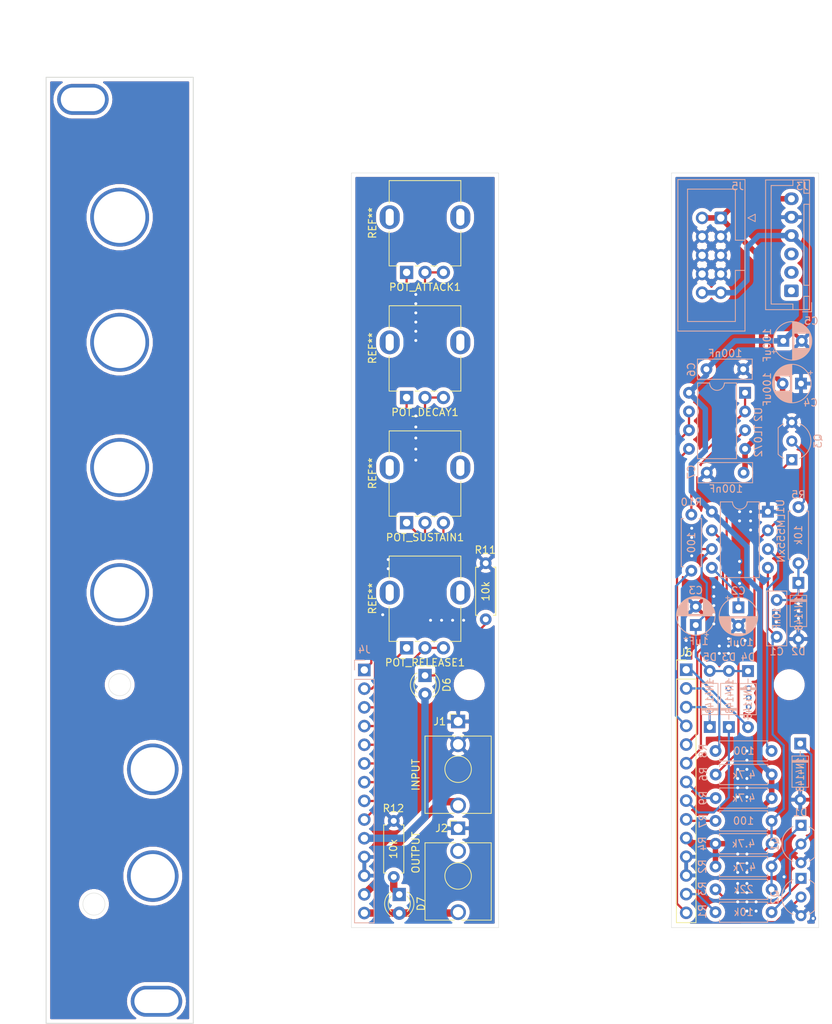
<source format=kicad_pcb>
(kicad_pcb (version 20171130) (host pcbnew 5.1.9+dfsg1-1~bpo10+1)
  (layers (0 F.Cu signal) (31 B.Cu signal) (34 B.Paste user) (35 F.Paste user) (36 B.SilkS user) (37 F.SilkS user) (38 B.Mask user) (39 F.Mask user) (44 Edge.Cuts user))
  (net 0 "")
  (net 1 "Net-(C1-Pad1)")
  (net 2 "Net-(C1-Pad2)")
  (net 3 "Net-(C2-Pad1)")
  (net 4 GND2)
  (net 5 "Net-(C3-Pad1)")
  (net 6 +12V)
  (net 7 -12V)
  (net 8 "Net-(D1-Pad1)")
  (net 9 "Net-(Q1-Pad1)")
  (net 10 "Net-(Q2-Pad2)")
  (net 11 "Net-(Q3-Pad2)")
  (net 12 "Net-(Q3-Pad1)")
  (net 13 "Net-(R8-Pad1)")
  (net 14 "Net-(R10-Pad1)")
  (net 15 "Net-(D6-Pad1)")
  (net 16 "Net-(D7-Pad1)")
  (net 17 B4)
  (net 18 B5)
  (net 19 A_VCC)
  (net 20 A2)
  (net 21 GND1)
  (net 22 A1)
  (net 23 A3)
  (net 24 A4)
  (net 25 A5)
  (net 26 A6)
  (net 27 A7)
  (net 28 A8)
  (net 29 A9)
  (net 30 B1)
  (net 31 B2)
  (net 32 B3)
  (net 33 B6)
  (net 34 B7)
  (net 35 B8)
  (net 36 B9)
  (net 37 A10)
  (net 38 B10)
  (net 39 A11)
  (net 40 B11)
  (module Resistor_THT:R_Axial_DIN0207_L6.3mm_D2.5mm_P7.62mm_Horizontal (layer B.Cu) (at 148.6 141 180)
    (fp_text reference R7 (at 9.3 0 270) (layer B.SilkS) (effects (justify mirror)))
    (fp_text value 100 (at 3.81 0) (layer B.SilkS) (effects (justify mirror)))
    (pad 1 thru_hole circle (at 0 0 180) (size 1.6 1.6) (drill 0.8) (layers *.Cu *.Mask) (net 2 "Net-(C1-Pad2)"))
    (pad 2 thru_hole oval (at 7.62 0 180) (size 1.6 1.6) (drill 0.8) (layers *.Cu *.Mask) (net 40 B11))
  )
  (module benjiaomodular:PanelHole_AudioJack_3.5mm (layer F.Cu) (at 64.5 127.5)
    (fp_text reference REF** hide)
    (fp_text value PanelHole_AudioJack_3.5mm hide)
    (pad "" thru_hole circle (at 0 6.5 180) (size 7 7) (drill 6) (layers *.Cu *.Mask))
  )
  (module Capacitor_THT:C_Rect_L7.2mm_W2.5mm_P5.00mm_FKS2_FKP2_MKS2_MKP2 (layer B.Cu) (at 149.3 111 270)
    (fp_text reference C1 (at 7 0 180) (layer B.SilkS) (effects (justify mirror)))
    (fp_text value 10nF (at 2.5 0 90) (layer B.SilkS) (effects (font (size 1 0.8)) (justify mirror)))
    (pad 1 thru_hole circle (at 0 0 270) (size 1.6 1.6) (drill 0.8) (layers *.Cu *.Mask) (net 1 "Net-(C1-Pad1)"))
    (pad 2 thru_hole circle (at 5 0 270) (size 1.6 1.6) (drill 0.8) (layers *.Cu *.Mask) (net 2 "Net-(C1-Pad2)"))
  )
  (module Diode_THT:D_DO-35_SOD27_P7.62mm_Horizontal (layer B.Cu) (at 152.5 130.5 270)
    (fp_text reference D1 (at 9.35 0 180) (layer B.SilkS) (effects (justify mirror)))
    (fp_text value 1N4148 (at 4.2 0 270) (layer B.SilkS) (effects (font (size 1 0.8)) (justify mirror)))
    (pad 2 thru_hole oval (at 7.62 0 270) (size 1.6 1.6) (drill 0.8) (layers *.Cu *.Mask) (net 4 GND2))
    (pad 1 thru_hole rect (at 0 0 270) (size 1.6 1.6) (drill 0.8) (layers *.Cu *.Mask) (net 8 "Net-(D1-Pad1)"))
  )
  (module Resistor_THT:R_Axial_DIN0207_L6.3mm_D2.5mm_P7.62mm_Horizontal (layer B.Cu) (at 152.25 106 90)
    (fp_text reference R5 (at 9.3 0 180) (layer B.SilkS) (effects (justify mirror)))
    (fp_text value 10k (at 3.81 0 90) (layer B.SilkS) (effects (justify mirror)))
    (pad 1 thru_hole circle (at 0 0 90) (size 1.6 1.6) (drill 0.8) (layers *.Cu *.Mask) (net 1 "Net-(C1-Pad1)"))
    (pad 2 thru_hole oval (at 7.62 0 90) (size 1.6 1.6) (drill 0.8) (layers *.Cu *.Mask) (net 11 "Net-(Q3-Pad2)"))
  )
  (module Diode_THT:D_DO-35_SOD27_P7.62mm_Horizontal (layer B.Cu) (at 152.25 108.675 270)
    (fp_text reference D2 (at 9.3 0 180) (layer B.SilkS) (effects (justify mirror)))
    (fp_text value 1N4148 (at 4.125 -0.05 270) (layer B.SilkS) (effects (font (size 1 0.8)) (justify mirror)))
    (pad 1 thru_hole rect (at 0 0 270) (size 1.6 1.6) (drill 0.8) (layers *.Cu *.Mask) (net 1 "Net-(C1-Pad1)"))
    (pad 2 thru_hole oval (at 7.62 0 270) (size 1.6 1.6) (drill 0.8) (layers *.Cu *.Mask) (net 4 GND2))
  )
  (module Package_DIP:DIP-8_W7.62mm (layer B.Cu) (at 148.1 99 180)
    (fp_text reference U1 (at -1.7 0.7 90) (layer B.SilkS) (effects (justify mirror)))
    (fp_text value LM555xN (at -1.8 -3.6 90) (layer B.SilkS) (effects (justify mirror)))
    (pad 1 thru_hole rect (at 0 0 180) (size 1.6 1.6) (drill 0.8) (layers *.Cu *.Mask) (net 4 GND2))
    (pad 5 thru_hole oval (at 7.62 -7.62 180) (size 1.6 1.6) (drill 0.8) (layers *.Cu *.Mask) (net 3 "Net-(C2-Pad1)"))
    (pad 2 thru_hole oval (at 0 -2.54 180) (size 1.6 1.6) (drill 0.8) (layers *.Cu *.Mask) (net 12 "Net-(Q3-Pad1)"))
    (pad 6 thru_hole oval (at 7.62 -5.08 180) (size 1.6 1.6) (drill 0.8) (layers *.Cu *.Mask) (net 5 "Net-(C3-Pad1)"))
    (pad 3 thru_hole oval (at 0 -5.08 180) (size 1.6 1.6) (drill 0.8) (layers *.Cu *.Mask) (net 13 "Net-(R8-Pad1)"))
    (pad 7 thru_hole oval (at 7.62 -2.54 180) (size 1.6 1.6) (drill 0.8) (layers *.Cu *.Mask) (net 34 B7))
    (pad 4 thru_hole oval (at 0 -7.62 180) (size 1.6 1.6) (drill 0.8) (layers *.Cu *.Mask) (net 2 "Net-(C1-Pad2)"))
    (pad 8 thru_hole oval (at 7.62 0 180) (size 1.6 1.6) (drill 0.8) (layers *.Cu *.Mask) (net 6 +12V))
  )
  (module Capacitor_THT:CP_Radial_D5.0mm_P2.50mm (layer B.Cu) (at 144.1 112 270)
    (fp_text reference C2 (at -2.25 0 180) (layer B.SilkS) (effects (justify mirror)))
    (fp_text value 10uF (at 4.75 -0.2 180) (layer B.SilkS) (effects (justify mirror)))
    (pad 2 thru_hole circle (at 2.5 0 270) (size 1.6 1.6) (drill 0.8) (layers *.Cu *.Mask) (net 4 GND2))
    (pad 1 thru_hole rect (at 0 0 270) (size 1.6 1.6) (drill 0.8) (layers *.Cu *.Mask) (net 3 "Net-(C2-Pad1)"))
  )
  (module Connector_PinHeader_2.54mm:PinHeader_1x14_P2.54mm_Vertical (layer F.Cu) (at 137 120.47)
    (fp_text reference J6 (at 0 -2.33) (layer F.SilkS))
    (fp_text value MainBoard_Pins)
    (pad 1 thru_hole rect (at 0 0) (size 1.7 1.7) (drill 1) (layers *.Cu *.Mask) (net 32 B3))
    (pad 2 thru_hole oval (at 0 2.54) (size 1.7 1.7) (drill 1) (layers *.Cu *.Mask) (net 17 B4))
    (pad 3 thru_hole oval (at 0 5.08) (size 1.7 1.7) (drill 1) (layers *.Cu *.Mask) (net 18 B5))
    (pad 4 thru_hole oval (at 0 7.62) (size 1.7 1.7) (drill 1) (layers *.Cu *.Mask) (net 33 B6))
    (pad 5 thru_hole oval (at 0 10.16) (size 1.7 1.7) (drill 1) (layers *.Cu *.Mask) (net 34 B7))
    (pad 6 thru_hole oval (at 0 12.7) (size 1.7 1.7) (drill 1) (layers *.Cu *.Mask) (net 35 B8))
    (pad 7 thru_hole oval (at 0 15.24) (size 1.7 1.7) (drill 1) (layers *.Cu *.Mask) (net 36 B9))
    (pad 8 thru_hole oval (at 0 17.78) (size 1.7 1.7) (drill 1) (layers *.Cu *.Mask) (net 38 B10))
    (pad 9 thru_hole oval (at 0 20.32) (size 1.7 1.7) (drill 1) (layers *.Cu *.Mask) (net 40 B11))
    (pad 10 thru_hole oval (at 0 22.86) (size 1.7 1.7) (drill 1) (layers *.Cu *.Mask) (net 6 +12V))
    (pad 11 thru_hole oval (at 0 25.4) (size 1.7 1.7) (drill 1) (layers *.Cu *.Mask) (net 4 GND2))
    (pad 12 thru_hole oval (at 0 27.94) (size 1.7 1.7) (drill 1) (layers *.Cu *.Mask) (net 4 GND2))
    (pad 13 thru_hole oval (at 0 30.48) (size 1.7 1.7) (drill 1) (layers *.Cu *.Mask) (net 30 B1))
    (pad 14 thru_hole oval (at 0 33.02) (size 1.7 1.7) (drill 1) (layers *.Cu *.Mask) (net 31 B2))
  )
  (module Resistor_THT:R_Axial_DIN0207_L6.3mm_D2.5mm_P7.62mm_Horizontal (layer B.Cu) (at 148.6 150.3 180)
    (fp_text reference R3 (at 9.4 0.1 270) (layer B.SilkS) (effects (justify mirror)))
    (fp_text value 22k (at 3.8 0) (layer B.SilkS) (effects (justify mirror)))
    (pad 1 thru_hole circle (at 0 0 180) (size 1.6 1.6) (drill 0.8) (layers *.Cu *.Mask) (net 9 "Net-(Q1-Pad1)"))
    (pad 2 thru_hole oval (at 7.62 0 180) (size 1.6 1.6) (drill 0.8) (layers *.Cu *.Mask) (net 10 "Net-(Q2-Pad2)"))
  )
  (module Resistor_THT:R_Axial_DIN0207_L6.3mm_D2.5mm_P7.62mm_Horizontal (layer B.Cu) (at 148.6 153.4 180)
    (fp_text reference R1 (at 9.4 0.1 270) (layer B.SilkS) (effects (justify mirror)))
    (fp_text value 10k (at 3.8 0) (layer B.SilkS) (effects (justify mirror)))
    (pad 1 thru_hole circle (at 0 0 180) (size 1.6 1.6) (drill 0.8) (layers *.Cu *.Mask) (net 8 "Net-(D1-Pad1)"))
    (pad 2 thru_hole oval (at 7.62 0 180) (size 1.6 1.6) (drill 0.8) (layers *.Cu *.Mask) (net 30 B1))
  )
  (module Resistor_THT:R_Axial_DIN0207_L6.3mm_D2.5mm_P7.62mm_Horizontal (layer B.Cu) (at 141 137.9)
    (fp_text reference R9 (at -1.7 0 270) (layer B.SilkS) (effects (justify mirror)))
    (fp_text value 4.7k (at 3.81 0) (layer B.SilkS) (effects (justify mirror)))
    (pad 2 thru_hole oval (at 7.62 0) (size 1.6 1.6) (drill 0.8) (layers *.Cu *.Mask) (net 6 +12V))
    (pad 1 thru_hole circle (at 0 0) (size 1.6 1.6) (drill 0.8) (layers *.Cu *.Mask) (net 36 B9))
  )
  (module MountingHole:MountingHole_3.2mm_M3 (layer F.Cu) (at 151 122.5)
    (fp_text reference REF** hide)
    (fp_text value MountingHole_3.2mm_M3)
    (pad 1 np_thru_hole circle (at 0 0) (size 3.2 3.2) (drill 3.2) (layers *.Cu *.Mask))
  )
  (module benjiaomodular:Potentiometer_RV09 (layer F.Cu) (at 99 117.5 90)
    (fp_text reference POT_RELEASE1 (at -2 2.5 180) (layer F.SilkS))
    (fp_text value 1M)
    (fp_text user REF** (at 6.71 -4.64 270) (layer F.SilkS))
    (pad 1 thru_hole rect (at 0 0 180) (size 1.8 1.8) (drill 1) (layers *.Cu *.Mask) (net 37 A10))
    (pad 3 thru_hole circle (at 0 5 180) (size 1.8 1.8) (drill 1) (layers *.Cu *.Mask) (net 39 A11))
    (pad 2 thru_hole circle (at 0 2.5 180) (size 1.8 1.8) (drill 1) (layers *.Cu *.Mask) (net 39 A11))
    (pad "" thru_hole oval (at 7.5 7.3 180) (size 2.72 3.24) (drill oval 1.1 2.3) (layers *.Cu *.Mask))
    (pad "" thru_hole oval (at 7.5 -2.3 180) (size 2.72 3.24) (drill oval 1.1 2.3) (layers *.Cu *.Mask))
  )
  (module MountingHole:MountingHole_3.2mm_M3 (layer F.Cu) (at 107.5 122.5)
    (fp_text reference REF** hide)
    (fp_text value MountingHole_3.2mm_M3)
    (pad 1 np_thru_hole circle (at 0 0) (size 3.2 3.2) (drill 3.2) (layers *.Cu *.Mask))
  )
  (module benjiaomodular:AudioJack_3.5mm (layer F.Cu) (at 106 127.5)
    (fp_text reference J1 (at -2.5 0) (layer F.SilkS))
    (fp_text value INPUT (at -5.75 7.25 90) (layer F.SilkS))
    (pad S thru_hole rect (at 0 0 180) (size 1.93 1.83) (drill 1.22) (layers *.Cu *.Mask) (net 21 GND1))
    (pad TN thru_hole circle (at 0 3.1 180) (size 2.13 2.13) (drill 1.42) (layers *.Cu *.Mask) (net 21 GND1))
    (pad T thru_hole circle (at 0 11.4 180) (size 2.13 2.13) (drill 1.43) (layers *.Cu *.Mask) (net 22 A1))
  )
  (module Resistor_THT:R_Axial_DIN0207_L6.3mm_D2.5mm_P7.62mm_Horizontal (layer F.Cu) (at 97.25 141 270)
    (fp_text reference R12 (at -1.7 0.05 180) (layer F.SilkS))
    (fp_text value 10k (at 3.8 0.05 90) (layer F.SilkS))
    (pad 1 thru_hole circle (at 0 0 270) (size 1.6 1.6) (drill 0.8) (layers *.Cu *.Mask) (net 21 GND1))
    (pad 2 thru_hole oval (at 7.62 0 270) (size 1.6 1.6) (drill 0.8) (layers *.Cu *.Mask) (net 16 "Net-(D7-Pad1)"))
  )
  (module Resistor_THT:R_Axial_DIN0207_L6.3mm_D2.5mm_P7.62mm_Horizontal (layer F.Cu) (at 109.75 106 270)
    (fp_text reference R11 (at -1.8 0.05 180) (layer F.SilkS))
    (fp_text value 10k (at 3.81 0 90) (layer F.SilkS))
    (pad 2 thru_hole oval (at 7.62 0 270) (size 1.6 1.6) (drill 0.8) (layers *.Cu *.Mask) (net 15 "Net-(D6-Pad1)"))
    (pad 1 thru_hole circle (at 0 0 270) (size 1.6 1.6) (drill 0.8) (layers *.Cu *.Mask) (net 21 GND1))
  )
  (module Resistor_THT:R_Axial_DIN0207_L6.3mm_D2.5mm_P7.62mm_Horizontal (layer B.Cu) (at 137.7 99.4 270)
    (fp_text reference R10 (at -1.7 0 180) (layer B.SilkS) (effects (justify mirror)))
    (fp_text value 100 (at 3.8 0 90) (layer B.SilkS) (effects (justify mirror)))
    (pad 2 thru_hole oval (at 7.62 0 270) (size 1.6 1.6) (drill 0.8) (layers *.Cu *.Mask) (net 33 B6))
    (pad 1 thru_hole circle (at 0 0 270) (size 1.6 1.6) (drill 0.8) (layers *.Cu *.Mask) (net 14 "Net-(R10-Pad1)"))
  )
  (module Resistor_THT:R_Axial_DIN0207_L6.3mm_D2.5mm_P7.62mm_Horizontal (layer B.Cu) (at 148.6 131.5 180)
    (fp_text reference R8 (at 9.3 0 270) (layer B.SilkS) (effects (justify mirror)))
    (fp_text value 100 (at 3.75 0) (layer B.SilkS) (effects (justify mirror)))
    (pad 1 thru_hole circle (at 0 0 180) (size 1.6 1.6) (drill 0.8) (layers *.Cu *.Mask) (net 13 "Net-(R8-Pad1)"))
    (pad 2 thru_hole oval (at 7.62 0 180) (size 1.6 1.6) (drill 0.8) (layers *.Cu *.Mask) (net 17 B4))
  )
  (module Resistor_THT:R_Axial_DIN0207_L6.3mm_D2.5mm_P7.62mm_Horizontal (layer B.Cu) (at 141 134.7)
    (fp_text reference R6 (at -1.65 -0.05 270) (layer B.SilkS) (effects (justify mirror)))
    (fp_text value 4.7k (at 3.85 0.05) (layer B.SilkS) (effects (justify mirror)))
    (pad 2 thru_hole oval (at 7.62 0) (size 1.6 1.6) (drill 0.8) (layers *.Cu *.Mask) (net 6 +12V))
    (pad 1 thru_hole circle (at 0 0) (size 1.6 1.6) (drill 0.8) (layers *.Cu *.Mask) (net 12 "Net-(Q3-Pad1)"))
  )
  (module Resistor_THT:R_Axial_DIN0207_L6.3mm_D2.5mm_P7.62mm_Horizontal (layer B.Cu) (at 148.6 144.1 180)
    (fp_text reference R4 (at 9.4 0 270) (layer B.SilkS) (effects (justify mirror)))
    (fp_text value 4.7k (at 3.81 0) (layer B.SilkS) (effects (justify mirror)))
    (pad 2 thru_hole oval (at 7.62 0 180) (size 1.6 1.6) (drill 0.8) (layers *.Cu *.Mask) (net 6 +12V))
    (pad 1 thru_hole circle (at 0 0 180) (size 1.6 1.6) (drill 0.8) (layers *.Cu *.Mask) (net 2 "Net-(C1-Pad2)"))
  )
  (module Resistor_THT:R_Axial_DIN0207_L6.3mm_D2.5mm_P7.62mm_Horizontal (layer B.Cu) (at 148.6 147.2 180)
    (fp_text reference R2 (at 9.4 0 270) (layer B.SilkS) (effects (justify mirror)))
    (fp_text value 4.7k (at 3.7 -0.1) (layer B.SilkS) (effects (justify mirror)))
    (pad 2 thru_hole oval (at 7.62 0 180) (size 1.6 1.6) (drill 0.8) (layers *.Cu *.Mask) (net 6 +12V))
    (pad 1 thru_hole circle (at 0 0 180) (size 1.6 1.6) (drill 0.8) (layers *.Cu *.Mask) (net 9 "Net-(Q1-Pad1)"))
  )
  (module benjiaomodular:PanelHole_Potentiometer_RV09 (layer F.Cu) (at 57.5 117.5 90)
    (fp_text reference REF** hide)
    (fp_text value PanelHole_Potentiometer_RV09 hide)
    (pad "" thru_hole circle (at 7.5 2.5 180) (size 8 8) (drill 7) (layers *.Cu *.Mask))
  )
  (module benjiaomodular:PanelHole_Potentiometer_RV09 (layer F.Cu) (at 57.5 100.5 90)
    (fp_text reference REF** hide)
    (fp_text value PanelHole_Potentiometer_RV09 hide)
    (pad "" thru_hole circle (at 7.5 2.5 180) (size 8 8) (drill 7) (layers *.Cu *.Mask))
  )
  (module benjiaomodular:PanelHole_Potentiometer_RV09 (layer F.Cu) (at 57.5 83.5 90)
    (fp_text reference REF** hide)
    (fp_text value PanelHole_Potentiometer_RV09 hide)
    (pad "" thru_hole circle (at 7.5 2.5 180) (size 8 8) (drill 7) (layers *.Cu *.Mask))
  )
  (module benjiaomodular:PanelHole_Potentiometer_RV09 (layer F.Cu) (at 57.5 66.5 90)
    (fp_text reference REF** hide)
    (fp_text value PanelHole_Potentiometer_RV09 hide)
    (pad "" thru_hole circle (at 7.5 2.5 180) (size 8 8) (drill 7) (layers *.Cu *.Mask))
  )
  (module benjiaomodular:Panel_4HP (layer F.Cu) (at 50 40)
    (fp_text reference REF** hide)
    (fp_text value Panel_4HP)
    (pad 1 thru_hole oval (at 15 125.5) (size 7 4.2) (drill oval 6 3.2) (layers *.Cu *.Mask))
    (pad 1 thru_hole oval (at 5 3) (size 7 4.2) (drill oval 6 3.2) (layers *.Cu *.Mask))
  )
  (module benjiaomodular:PanelHole_AudioJack_3.5mm (layer F.Cu) (at 64.5 142)
    (fp_text reference REF** hide)
    (fp_text value PanelHole_AudioJack_3.5mm hide)
    (pad "" thru_hole circle (at 0 6.5 180) (size 7 7) (drill 6) (layers *.Cu *.Mask))
  )
  (module Capacitor_THT:CP_Radial_D5.0mm_P2.50mm (layer B.Cu) (at 138.3 114.4 90)
    (fp_text reference C3 (at 4.7 0 180) (layer B.SilkS) (effects (justify mirror)))
    (fp_text value 1uF* (at -2.2 0 180) (layer B.SilkS) (effects (justify mirror)))
    (pad 1 thru_hole rect (at 0 0 90) (size 1.6 1.6) (drill 0.8) (layers *.Cu *.Mask) (net 5 "Net-(C3-Pad1)"))
    (pad 2 thru_hole circle (at 2.5 0 90) (size 1.6 1.6) (drill 0.8) (layers *.Cu *.Mask) (net 4 GND2))
  )
  (module Capacitor_THT:CP_Radial_D5.0mm_P2.50mm (layer B.Cu) (at 150.2 75.8)
    (fp_text reference C4 (at 3.7 8.4 180) (layer B.SilkS) (effects (justify mirror)))
    (fp_text value 100uF (at -2.2 0.6 90) (layer B.SilkS) (effects (justify mirror)))
    (pad 2 thru_hole circle (at 2.5 0) (size 1.6 1.6) (drill 0.8) (layers *.Cu *.Mask) (net 4 GND2))
    (pad 1 thru_hole rect (at 0 0) (size 1.6 1.6) (drill 0.8) (layers *.Cu *.Mask) (net 6 +12V))
  )
  (module Capacitor_THT:CP_Radial_D5.0mm_P2.50mm (layer B.Cu) (at 152.6 81.6 180)
    (fp_text reference C5 (at -1.4 8.5 180) (layer B.SilkS) (effects (justify mirror)))
    (fp_text value 100uF (at 4.6 -0.8 90) (layer B.SilkS) (effects (justify mirror)))
    (pad 1 thru_hole rect (at 0 0 180) (size 1.6 1.6) (drill 0.8) (layers *.Cu *.Mask) (net 4 GND2))
    (pad 2 thru_hole circle (at 2.5 0 180) (size 1.6 1.6) (drill 0.8) (layers *.Cu *.Mask) (net 7 -12V))
  )
  (module Capacitor_THT:C_Rect_L7.2mm_W2.5mm_P5.00mm_FKS2_FKP2_MKS2_MKP2 (layer B.Cu) (at 139.75 79.65)
    (fp_text reference C6 (at -2.05 0.05 90) (layer B.SilkS) (effects (justify mirror)))
    (fp_text value 100nF (at 2.55 -2.15) (layer B.SilkS) (effects (justify mirror)))
    (pad 2 thru_hole circle (at 5 0) (size 1.6 1.6) (drill 0.8) (layers *.Cu *.Mask) (net 4 GND2))
    (pad 1 thru_hole circle (at 0 0) (size 1.6 1.6) (drill 0.8) (layers *.Cu *.Mask) (net 6 +12V))
  )
  (module Capacitor_THT:C_Rect_L7.2mm_W2.5mm_P5.00mm_FKS2_FKP2_MKS2_MKP2 (layer B.Cu) (at 139.8 93.7)
    (fp_text reference C7 (at -2.1 -0.1 90) (layer B.SilkS) (effects (justify mirror)))
    (fp_text value 100nF (at 2.6 2.2) (layer B.SilkS) (effects (justify mirror)))
    (pad 1 thru_hole circle (at 0 0) (size 1.6 1.6) (drill 0.8) (layers *.Cu *.Mask) (net 4 GND2))
    (pad 2 thru_hole circle (at 5 0) (size 1.6 1.6) (drill 0.8) (layers *.Cu *.Mask) (net 7 -12V))
  )
  (module Diode_THT:D_DO-35_SOD27_P7.62mm_Horizontal (layer B.Cu) (at 142.8 128.25 90)
    (fp_text reference D3 (at 9.5 0) (layer B.SilkS) (effects (justify mirror)))
    (fp_text value 1N4148 (at 4.15 0.1 90) (layer B.SilkS) (effects (font (size 1 0.8)) (justify mirror)))
    (pad 2 thru_hole oval (at 7.62 0 90) (size 1.6 1.6) (drill 0.8) (layers *.Cu *.Mask) (net 5 "Net-(C3-Pad1)"))
    (pad 1 thru_hole rect (at 0 0 90) (size 1.6 1.6) (drill 0.8) (layers *.Cu *.Mask) (net 38 B10))
  )
  (module Diode_THT:D_DO-35_SOD27_P7.62mm_Horizontal (layer B.Cu) (at 145.4 120.65 270)
    (fp_text reference D4 (at -1.9 0 180) (layer B.SilkS) (effects (justify mirror)))
    (fp_text value 1N4148 (at 4.15 0 90) (layer B.SilkS) (effects (font (size 1 0.8)) (justify mirror)))
    (pad 1 thru_hole rect (at 0 0 270) (size 1.6 1.6) (drill 0.8) (layers *.Cu *.Mask) (net 5 "Net-(C3-Pad1)"))
    (pad 2 thru_hole oval (at 7.62 0 270) (size 1.6 1.6) (drill 0.8) (layers *.Cu *.Mask) (net 32 B3))
  )
  (module Diode_THT:D_DO-35_SOD27_P7.62mm_Horizontal (layer B.Cu) (at 140.2 128.25 90)
    (fp_text reference D5 (at 9.5 0 180) (layer B.SilkS) (effects (justify mirror)))
    (fp_text value 1N4148 (at 4.15 0 90) (layer B.SilkS) (effects (font (size 1 0.8)) (justify mirror)))
    (pad 1 thru_hole rect (at 0 0 90) (size 1.6 1.6) (drill 0.8) (layers *.Cu *.Mask) (net 18 B5))
    (pad 2 thru_hole oval (at 7.62 0 90) (size 1.6 1.6) (drill 0.8) (layers *.Cu *.Mask) (net 5 "Net-(C3-Pad1)"))
  )
  (module Connector_JST:JST_XH_B6B-XH-A_1x06_P2.50mm_Vertical (layer B.Cu) (at 151.3 69 90)
    (fp_text reference J3 (at 14.2 1.5) (layer B.SilkS) (effects (justify mirror)))
    (fp_text value JST_BUS)
    (pad 1 thru_hole roundrect (at 0 0 90) (size 1.7 1.95) (drill 0.95) (layers *.Cu *.Mask) (roundrect_rratio 0.1470588235294118))
    (pad 2 thru_hole oval (at 2.5 0 90) (size 1.7 1.95) (drill 0.95) (layers *.Cu *.Mask))
    (pad 3 thru_hole oval (at 5 0 90) (size 1.7 1.95) (drill 0.95) (layers *.Cu *.Mask))
    (pad 4 thru_hole oval (at 7.5 0 90) (size 1.7 1.95) (drill 0.95) (layers *.Cu *.Mask) (net 6 +12V))
    (pad 5 thru_hole oval (at 10 0 90) (size 1.7 1.95) (drill 0.95) (layers *.Cu *.Mask) (net 4 GND2))
    (pad 6 thru_hole oval (at 12.5 0 90) (size 1.7 1.95) (drill 0.95) (layers *.Cu *.Mask) (net 7 -12V))
  )
  (module Connector_IDC:IDC-Header_2x05_P2.54mm_Vertical (layer B.Cu) (at 141.7 59.1 180)
    (fp_text reference J5 (at -2.3 4.3) (layer B.SilkS) (effects (justify mirror)))
    (fp_text value IDC_BUS)
    (pad 1 thru_hole roundrect (at 0 0 180) (size 1.7 1.7) (drill 1) (layers *.Cu *.Mask) (roundrect_rratio 0.1470588235294118) (net 7 -12V))
    (pad 3 thru_hole circle (at 0 -2.54 180) (size 1.7 1.7) (drill 1) (layers *.Cu *.Mask) (net 4 GND2))
    (pad 5 thru_hole circle (at 0 -5.08 180) (size 1.7 1.7) (drill 1) (layers *.Cu *.Mask) (net 4 GND2))
    (pad 7 thru_hole circle (at 0 -7.62 180) (size 1.7 1.7) (drill 1) (layers *.Cu *.Mask) (net 4 GND2))
    (pad 9 thru_hole circle (at 0 -10.16 180) (size 1.7 1.7) (drill 1) (layers *.Cu *.Mask) (net 6 +12V))
    (pad 2 thru_hole circle (at 2.54 0 180) (size 1.7 1.7) (drill 1) (layers *.Cu *.Mask) (net 7 -12V))
    (pad 4 thru_hole circle (at 2.54 -2.54 180) (size 1.7 1.7) (drill 1) (layers *.Cu *.Mask) (net 4 GND2))
    (pad 6 thru_hole circle (at 2.54 -5.08 180) (size 1.7 1.7) (drill 1) (layers *.Cu *.Mask) (net 4 GND2))
    (pad 8 thru_hole circle (at 2.54 -7.62 180) (size 1.7 1.7) (drill 1) (layers *.Cu *.Mask) (net 4 GND2))
    (pad 10 thru_hole circle (at 2.54 -10.16 180) (size 1.7 1.7) (drill 1) (layers *.Cu *.Mask) (net 6 +12V))
  )
  (module benjiaomodular:Potentiometer_RV09 (layer F.Cu) (at 99 66.5 90)
    (fp_text reference POT_ATTACK1 (at -2 2.5 180) (layer F.SilkS))
    (fp_text value 1M)
    (fp_text user REF** (at 6.71 -4.64 270) (layer F.SilkS))
    (pad "" thru_hole oval (at 7.5 -2.3 180) (size 2.72 3.24) (drill oval 1.1 2.3) (layers *.Cu *.Mask))
    (pad "" thru_hole oval (at 7.5 7.3 180) (size 2.72 3.24) (drill oval 1.1 2.3) (layers *.Cu *.Mask))
    (pad 2 thru_hole circle (at 0 2.5 180) (size 1.8 1.8) (drill 1) (layers *.Cu *.Mask) (net 24 A4))
    (pad 3 thru_hole circle (at 0 5 180) (size 1.8 1.8) (drill 1) (layers *.Cu *.Mask) (net 24 A4))
    (pad 1 thru_hole rect (at 0 0 180) (size 1.8 1.8) (drill 1) (layers *.Cu *.Mask) (net 23 A3))
  )
  (module benjiaomodular:Potentiometer_RV09 (layer F.Cu) (at 99 83.5 90)
    (fp_text reference POT_DECAY1 (at -2 2.5 180) (layer F.SilkS))
    (fp_text value 1M)
    (fp_text user REF** (at 6.71 -4.64 270) (layer F.SilkS))
    (pad "" thru_hole oval (at 7.5 -2.3 180) (size 2.72 3.24) (drill oval 1.1 2.3) (layers *.Cu *.Mask))
    (pad "" thru_hole oval (at 7.5 7.3 180) (size 2.72 3.24) (drill oval 1.1 2.3) (layers *.Cu *.Mask))
    (pad 2 thru_hole circle (at 0 2.5 180) (size 1.8 1.8) (drill 1) (layers *.Cu *.Mask) (net 26 A6))
    (pad 3 thru_hole circle (at 0 5 180) (size 1.8 1.8) (drill 1) (layers *.Cu *.Mask) (net 26 A6))
    (pad 1 thru_hole rect (at 0 0 180) (size 1.8 1.8) (drill 1) (layers *.Cu *.Mask) (net 25 A5))
  )
  (module benjiaomodular:Potentiometer_RV09 (layer F.Cu) (at 99 100.5 90)
    (fp_text reference POT_SUSTAIN1 (at -2 2.5 180) (layer F.SilkS))
    (fp_text value 10K)
    (fp_text user REF** (at 6.71 -4.64 270) (layer F.SilkS))
    (pad 1 thru_hole rect (at 0 0 180) (size 1.8 1.8) (drill 1) (layers *.Cu *.Mask) (net 27 A7))
    (pad 3 thru_hole circle (at 0 5 180) (size 1.8 1.8) (drill 1) (layers *.Cu *.Mask) (net 29 A9))
    (pad 2 thru_hole circle (at 0 2.5 180) (size 1.8 1.8) (drill 1) (layers *.Cu *.Mask) (net 28 A8))
    (pad "" thru_hole oval (at 7.5 7.3 180) (size 2.72 3.24) (drill oval 1.1 2.3) (layers *.Cu *.Mask))
    (pad "" thru_hole oval (at 7.5 -2.3 180) (size 2.72 3.24) (drill oval 1.1 2.3) (layers *.Cu *.Mask))
  )
  (module Package_DIP:DIP-8_W7.62mm (layer B.Cu) (at 145 82.85 180)
    (fp_text reference U2 (at -1.8 -2.95 90) (layer B.SilkS) (effects (justify mirror)))
    (fp_text value TL072 (at -1.8 -6.55 90) (layer B.SilkS) (effects (justify mirror)))
    (pad 8 thru_hole oval (at 7.62 0 180) (size 1.6 1.6) (drill 0.8) (layers *.Cu *.Mask) (net 6 +12V))
    (pad 4 thru_hole oval (at 0 -7.62 180) (size 1.6 1.6) (drill 0.8) (layers *.Cu *.Mask) (net 7 -12V))
    (pad 7 thru_hole oval (at 7.62 -2.54 180) (size 1.6 1.6) (drill 0.8) (layers *.Cu *.Mask) (net 31 B2))
    (pad 3 thru_hole oval (at 0 -5.08 180) (size 1.6 1.6) (drill 0.8) (layers *.Cu *.Mask) (net 35 B8))
    (pad 6 thru_hole oval (at 7.62 -5.08 180) (size 1.6 1.6) (drill 0.8) (layers *.Cu *.Mask) (net 31 B2))
    (pad 2 thru_hole oval (at 0 -2.54 180) (size 1.6 1.6) (drill 0.8) (layers *.Cu *.Mask) (net 14 "Net-(R10-Pad1)"))
    (pad 5 thru_hole oval (at 7.62 -7.62 180) (size 1.6 1.6) (drill 0.8) (layers *.Cu *.Mask) (net 5 "Net-(C3-Pad1)"))
    (pad 1 thru_hole rect (at 0 0 180) (size 1.6 1.6) (drill 0.8) (layers *.Cu *.Mask) (net 14 "Net-(R10-Pad1)"))
  )
  (module LED_THT:LED_D3.0mm (layer F.Cu) (at 101.5 121.25 270)
    (fp_text reference D6 (at 1.27 -2.96 90) (layer F.SilkS))
    (fp_text value PWR_LED)
    (pad 2 thru_hole circle (at 2.54 0 270) (size 1.8 1.8) (drill 0.9) (layers *.Cu *.Mask) (net 19 A_VCC))
    (pad 1 thru_hole rect (at 0 0 270) (size 1.8 1.8) (drill 0.9) (layers *.Cu *.Mask) (net 15 "Net-(D6-Pad1)"))
  )
  (module LED_THT:LED_D3.0mm (layer F.Cu) (at 98 151 270)
    (fp_text reference D7 (at 1.27 -2.96 90) (layer F.SilkS))
    (fp_text value OUTPUT_LED)
    (pad 1 thru_hole rect (at 0 0 270) (size 1.8 1.8) (drill 0.9) (layers *.Cu *.Mask) (net 16 "Net-(D7-Pad1)"))
    (pad 2 thru_hole circle (at 2.54 0 270) (size 1.8 1.8) (drill 0.9) (layers *.Cu *.Mask) (net 20 A2))
  )
  (module benjiaomodular:AudioJack_3.5mm (layer F.Cu) (at 106 142)
    (fp_text reference J2 (at -2.25 0) (layer F.SilkS))
    (fp_text value OUTPUT (at -5.75 3.3 90) (layer F.SilkS))
    (pad S thru_hole rect (at 0 0 180) (size 1.93 1.83) (drill 1.22) (layers *.Cu *.Mask) (net 21 GND1))
    (pad TN thru_hole circle (at 0 3.1 180) (size 2.13 2.13) (drill 1.42) (layers *.Cu *.Mask))
    (pad T thru_hole circle (at 0 11.4 180) (size 2.13 2.13) (drill 1.43) (layers *.Cu *.Mask) (net 20 A2))
  )
  (module Connector_PinSocket_2.54mm:PinSocket_1x14_P2.54mm_Vertical (layer B.Cu) (at 93.25 120.5 180)
    (fp_text reference J4 (at 0 2.77) (layer B.SilkS) (effects (justify mirror)))
    (fp_text value ControlBoard_Pins)
    (pad 1 thru_hole rect (at 0 0 180) (size 1.7 1.7) (drill 1) (layers *.Cu *.Mask) (net 23 A3))
    (pad 2 thru_hole oval (at 0 -2.54 180) (size 1.7 1.7) (drill 1) (layers *.Cu *.Mask) (net 24 A4))
    (pad 3 thru_hole oval (at 0 -5.08 180) (size 1.7 1.7) (drill 1) (layers *.Cu *.Mask) (net 25 A5))
    (pad 4 thru_hole oval (at 0 -7.62 180) (size 1.7 1.7) (drill 1) (layers *.Cu *.Mask) (net 26 A6))
    (pad 5 thru_hole oval (at 0 -10.16 180) (size 1.7 1.7) (drill 1) (layers *.Cu *.Mask) (net 27 A7))
    (pad 6 thru_hole oval (at 0 -12.7 180) (size 1.7 1.7) (drill 1) (layers *.Cu *.Mask) (net 28 A8))
    (pad 7 thru_hole oval (at 0 -15.24 180) (size 1.7 1.7) (drill 1) (layers *.Cu *.Mask) (net 29 A9))
    (pad 8 thru_hole oval (at 0 -17.78 180) (size 1.7 1.7) (drill 1) (layers *.Cu *.Mask) (net 37 A10))
    (pad 9 thru_hole oval (at 0 -20.32 180) (size 1.7 1.7) (drill 1) (layers *.Cu *.Mask) (net 39 A11))
    (pad 10 thru_hole oval (at 0 -22.86 180) (size 1.7 1.7) (drill 1) (layers *.Cu *.Mask) (net 19 A_VCC))
    (pad 11 thru_hole oval (at 0 -25.4 180) (size 1.7 1.7) (drill 1) (layers *.Cu *.Mask) (net 21 GND1))
    (pad 12 thru_hole oval (at 0 -27.94 180) (size 1.7 1.7) (drill 1) (layers *.Cu *.Mask) (net 21 GND1))
    (pad 13 thru_hole oval (at 0 -30.48 180) (size 1.7 1.7) (drill 1) (layers *.Cu *.Mask) (net 22 A1))
    (pad 14 thru_hole oval (at 0 -33.02 180) (size 1.7 1.7) (drill 1) (layers *.Cu *.Mask) (net 20 A2))
  )
  (module Package_TO_SOT_THT:TO-92_Inline_Wide (layer B.Cu) (at 152.6 141.6 270)
    (fp_text reference Q1 (at 2.54 3.56 90) (layer B.SilkS) (effects (justify mirror)))
    (fp_text value BC547)
    (pad 2 thru_hole circle (at 2.54 0 270) (size 1.5 1.5) (drill 0.8) (layers *.Cu *.Mask) (net 8 "Net-(D1-Pad1)"))
    (pad 3 thru_hole circle (at 5.08 0 270) (size 1.5 1.5) (drill 0.8) (layers *.Cu *.Mask) (net 4 GND2))
    (pad 1 thru_hole rect (at 0 0 270) (size 1.5 1.5) (drill 0.8) (layers *.Cu *.Mask) (net 9 "Net-(Q1-Pad1)"))
  )
  (module Package_TO_SOT_THT:TO-92_Inline_Wide (layer B.Cu) (at 152.6 148.8 270)
    (fp_text reference Q2 (at 2.54 3.56 90) (layer B.SilkS) (effects (justify mirror)))
    (fp_text value BC547)
    (pad 1 thru_hole rect (at 0 0 270) (size 1.5 1.5) (drill 0.8) (layers *.Cu *.Mask) (net 2 "Net-(C1-Pad2)"))
    (pad 3 thru_hole circle (at 5.08 0 270) (size 1.5 1.5) (drill 0.8) (layers *.Cu *.Mask) (net 4 GND2))
    (pad 2 thru_hole circle (at 2.54 0 270) (size 1.5 1.5) (drill 0.8) (layers *.Cu *.Mask) (net 10 "Net-(Q2-Pad2)"))
  )
  (module Package_TO_SOT_THT:TO-92_Inline_Wide (layer B.Cu) (at 151.35 91.95 90)
    (fp_text reference Q3 (at 2.54 3.56 90) (layer B.SilkS) (effects (justify mirror)))
    (fp_text value BC547)
    (pad 2 thru_hole circle (at 2.54 0 90) (size 1.5 1.5) (drill 0.8) (layers *.Cu *.Mask) (net 11 "Net-(Q3-Pad2)"))
    (pad 3 thru_hole circle (at 5.08 0 90) (size 1.5 1.5) (drill 0.8) (layers *.Cu *.Mask) (net 4 GND2))
    (pad 1 thru_hole rect (at 0 0 90) (size 1.5 1.5) (drill 0.8) (layers *.Cu *.Mask) (net 12 "Net-(Q3-Pad1)"))
  )
  (gr_circle (center 60 122.5) (end 61.5 122.5) (layer Edge.Cuts) (width 0.05))
  (gr_circle (center 56.5 152.3) (end 58 152.3) (layer Edge.Cuts) (width 0.05))
  (gr_line (start 135 155.5) (end 135 53) (layer Edge.Cuts) (width 0.05))
  (gr_line (start 155 155.5) (end 135 155.5) (layer Edge.Cuts) (width 0.05))
  (gr_line (start 155 53) (end 155 155.5) (layer Edge.Cuts) (width 0.05))
  (gr_line (start 135 53) (end 155 53) (layer Edge.Cuts) (width 0.05))
  (gr_line (start 91.5 155.5) (end 91.5 53) (layer Edge.Cuts) (width 0.05))
  (gr_line (start 111.5 155.5) (end 91.5 155.5) (layer Edge.Cuts) (width 0.05))
  (gr_line (start 111.5 53) (end 111.5 155.5) (layer Edge.Cuts) (width 0.05))
  (gr_line (start 91.5 53) (end 111.5 53) (layer Edge.Cuts) (width 0.05))
  (gr_line (start 70 40) (end 70 168.5) (layer Edge.Cuts) (width 0.1))
  (gr_line (start 50 40) (end 70 40) (layer Edge.Cuts) (width 0.1))
  (gr_line (start 50 168.5) (end 50 40) (layer Edge.Cuts) (width 0.1))
  (gr_line (start 70 168.5) (end 50 168.5) (layer Edge.Cuts) (width 0.1))
  (via (at 145.5 123) (size 0.8) (drill 0.4) (layers F.Cu B.Cu) (net 0))
  (via (at 145.5 124.25) (size 0.8) (drill 0.4) (layers F.Cu B.Cu) (net 0))
  (via (at 145.5 125.5) (size 0.8) (drill 0.4) (layers F.Cu B.Cu) (net 0))
  (via (at 142.75 123) (size 0.8) (drill 0.4) (layers F.Cu B.Cu) (net 0))
  (segment (start 152.25 106) (end 152.25 108.675) (width 0.3) (layer B.Cu) (net 1))
  (segment (start 151.25 111) (end 149.3 111) (width 0.3) (layer B.Cu) (net 1))
  (segment (start 152.25 108.675) (end 152.25 110) (width 0.3) (layer B.Cu) (net 1))
  (segment (start 152.25 110) (end 151.25 111) (width 0.3) (layer B.Cu) (net 1))
  (segment (start 147.15 151.15) (end 147.15 145.55) (width 0.3) (layer F.Cu) (net 2))
  (segment (start 148.1 152.1) (end 147.15 151.15) (width 0.3) (layer F.Cu) (net 2))
  (segment (start 147.15 145.55) (end 148.6 144.1) (width 0.3) (layer F.Cu) (net 2))
  (segment (start 149.65 152.1) (end 148.1 152.1) (width 0.3) (layer F.Cu) (net 2))
  (segment (start 152.6 148.8) (end 152.6 149.15) (width 0.3) (layer F.Cu) (net 2))
  (segment (start 152.6 149.15) (end 149.65 152.1) (width 0.3) (layer F.Cu) (net 2))
  (segment (start 148.1 114.8) (end 149.3 116) (width 0.3) (layer F.Cu) (net 2))
  (segment (start 148.1 106.62) (end 148.1 114.8) (width 0.3) (layer F.Cu) (net 2))
  (segment (start 150.25 139.35) (end 148.6 141) (width 0.3) (layer B.Cu) (net 2))
  (segment (start 150.25 130.75) (end 150.25 139.35) (width 0.3) (layer B.Cu) (net 2))
  (segment (start 148.6 141) (end 148.6 144.1) (width 0.3) (layer B.Cu) (net 2))
  (segment (start 148.75 129.25) (end 150.25 130.75) (width 0.3) (layer B.Cu) (net 2))
  (segment (start 149.3 116) (end 148.75 116.55) (width 0.3) (layer B.Cu) (net 2))
  (segment (start 148.75 116.55) (end 148.75 129.25) (width 0.3) (layer B.Cu) (net 2))
  (segment (start 144.1 110.24) (end 140.48 106.62) (width 0.3) (layer B.Cu) (net 3))
  (segment (start 144.1 112) (end 144.1 110.24) (width 0.3) (layer B.Cu) (net 3))
  (via (at 154.25 154.25) (size 0.8) (drill 0.4) (layers F.Cu B.Cu) (net 4))
  (via (at 150.3 148.6) (size 0.8) (drill 0.4) (layers F.Cu B.Cu) (net 4))
  (via (at 144 117.25) (size 0.8) (drill 0.4) (layers F.Cu B.Cu) (net 4))
  (via (at 142.75 117.25) (size 0.8) (drill 0.4) (layers F.Cu B.Cu) (net 4))
  (via (at 141.5 117.25) (size 0.8) (drill 0.4) (layers F.Cu B.Cu) (net 4))
  (via (at 137 116.5) (size 0.8) (drill 0.4) (layers F.Cu B.Cu) (net 4))
  (via (at 137 117.5) (size 0.8) (drill 0.4) (layers F.Cu B.Cu) (net 4))
  (via (at 137 118.5) (size 0.8) (drill 0.4) (layers F.Cu B.Cu) (net 4))
  (via (at 144.25 108.75) (size 0.8) (drill 0.4) (layers F.Cu B.Cu) (net 4))
  (via (at 142.75 116.25) (size 0.8) (drill 0.4) (layers F.Cu B.Cu) (net 4))
  (via (at 142.75 118.25) (size 0.8) (drill 0.4) (layers F.Cu B.Cu) (net 4))
  (via (at 141.5 118.25) (size 0.8) (drill 0.4) (layers F.Cu B.Cu) (net 4))
  (via (at 140.75 114.25) (size 0.8) (drill 0.4) (layers F.Cu B.Cu) (net 4))
  (via (at 140.75 113) (size 0.8) (drill 0.4) (layers F.Cu B.Cu) (net 4))
  (via (at 140.75 111.75) (size 0.8) (drill 0.4) (layers F.Cu B.Cu) (net 4))
  (via (at 145 116.5) (size 0.8) (drill 0.4) (layers F.Cu B.Cu) (net 4))
  (via (at 152.25 113.5) (size 0.8) (drill 0.4) (layers F.Cu B.Cu) (net 4))
  (via (at 152.25 112.5) (size 0.8) (drill 0.4) (layers F.Cu B.Cu) (net 4))
  (via (at 152.25 111.5) (size 0.8) (drill 0.4) (layers F.Cu B.Cu) (net 4))
  (via (at 149.25 112.75) (size 0.8) (drill 0.4) (layers F.Cu B.Cu) (net 4))
  (via (at 149.25 114) (size 0.8) (drill 0.4) (layers F.Cu B.Cu) (net 4))
  (via (at 145.75 99) (size 0.8) (drill 0.4) (layers F.Cu B.Cu) (net 4))
  (via (at 145.75 100.25) (size 0.8) (drill 0.4) (layers F.Cu B.Cu) (net 4))
  (via (at 145.75 101.5) (size 0.8) (drill 0.4) (layers F.Cu B.Cu) (net 4))
  (via (at 144.25 100.25) (size 0.8) (drill 0.4) (layers F.Cu B.Cu) (net 4))
  (via (at 144.25 99) (size 0.8) (drill 0.4) (layers F.Cu B.Cu) (net 4))
  (via (at 144.25 105.75) (size 0.8) (drill 0.4) (layers F.Cu B.Cu) (net 4))
  (via (at 144.25 107.25) (size 0.8) (drill 0.4) (layers F.Cu B.Cu) (net 4))
  (via (at 140.75 110.5) (size 0.8) (drill 0.4) (layers F.Cu B.Cu) (net 4))
  (via (at 140.75 109.25) (size 0.8) (drill 0.4) (layers F.Cu B.Cu) (net 4))
  (via (at 145.25 131.5) (size 0.8) (drill 0.4) (layers F.Cu B.Cu) (net 4))
  (via (at 145.25 132.75) (size 0.8) (drill 0.4) (layers F.Cu B.Cu) (net 4))
  (via (at 145.25 134) (size 0.8) (drill 0.4) (layers F.Cu B.Cu) (net 4))
  (via (at 145.25 135.25) (size 0.8) (drill 0.4) (layers F.Cu B.Cu) (net 4))
  (via (at 145.25 136.5) (size 0.8) (drill 0.4) (layers F.Cu B.Cu) (net 4))
  (via (at 145.25 137.75) (size 0.8) (drill 0.4) (layers F.Cu B.Cu) (net 4))
  (via (at 144 137.75) (size 0.8) (drill 0.4) (layers F.Cu B.Cu) (net 4))
  (via (at 144 136.5) (size 0.8) (drill 0.4) (layers F.Cu B.Cu) (net 4))
  (via (at 144 135.25) (size 0.8) (drill 0.4) (layers F.Cu B.Cu) (net 4))
  (via (at 144 134) (size 0.8) (drill 0.4) (layers F.Cu B.Cu) (net 4))
  (via (at 144 145.5) (size 0.8) (drill 0.4) (layers F.Cu B.Cu) (net 4))
  (via (at 144 146.75) (size 0.8) (drill 0.4) (layers F.Cu B.Cu) (net 4))
  (via (at 144 148) (size 0.8) (drill 0.4) (layers F.Cu B.Cu) (net 4))
  (via (at 144 149.5) (size 0.8) (drill 0.4) (layers F.Cu B.Cu) (net 4))
  (via (at 144 150.75) (size 0.8) (drill 0.4) (layers F.Cu B.Cu) (net 4))
  (via (at 144 152) (size 0.8) (drill 0.4) (layers F.Cu B.Cu) (net 4))
  (via (at 145.25 152) (size 0.8) (drill 0.4) (layers F.Cu B.Cu) (net 4))
  (via (at 145.25 150.75) (size 0.8) (drill 0.4) (layers F.Cu B.Cu) (net 4))
  (via (at 145.25 149.5) (size 0.8) (drill 0.4) (layers F.Cu B.Cu) (net 4))
  (via (at 145.25 148) (size 0.8) (drill 0.4) (layers F.Cu B.Cu) (net 4))
  (via (at 145.25 146.75) (size 0.8) (drill 0.4) (layers F.Cu B.Cu) (net 4))
  (via (at 145.25 145.5) (size 0.8) (drill 0.4) (layers F.Cu B.Cu) (net 4))
  (via (at 145.25 153.25) (size 0.8) (drill 0.4) (layers F.Cu B.Cu) (net 4))
  (via (at 146.5 153.25) (size 0.8) (drill 0.4) (layers F.Cu B.Cu) (net 4))
  (via (at 146.5 152) (size 0.8) (drill 0.4) (layers F.Cu B.Cu) (net 4))
  (via (at 137.75 101.25) (size 0.8) (drill 0.4) (layers F.Cu B.Cu) (net 4))
  (via (at 137.75 102.5) (size 0.8) (drill 0.4) (layers F.Cu B.Cu) (net 4))
  (via (at 137.75 105) (size 0.8) (drill 0.4) (layers F.Cu B.Cu) (net 4))
  (segment (start 138.3 118.73) (end 140.2 120.63) (width 0.3) (layer B.Cu) (net 5))
  (segment (start 138.3 114.4) (end 138.3 118.73) (width 0.3) (layer B.Cu) (net 5))
  (segment (start 139.8 112.8) (end 138.3 114.3) (width 0.3) (layer B.Cu) (net 5))
  (segment (start 139.8 108.7) (end 139.8 112.8) (width 0.3) (layer B.Cu) (net 5))
  (segment (start 139.1 108) (end 139.8 108.7) (width 0.3) (layer B.Cu) (net 5))
  (segment (start 140.48 104.08) (end 139.1 105.46) (width 0.3) (layer B.Cu) (net 5))
  (segment (start 138.3 114.3) (end 138.3 114.4) (width 0.3) (layer B.Cu) (net 5))
  (segment (start 139.1 105.46) (end 139.1 108) (width 0.3) (layer B.Cu) (net 5))
  (segment (start 140.22 120.65) (end 140.2 120.63) (width 0.3) (layer B.Cu) (net 5))
  (segment (start 145.4 120.65) (end 140.22 120.65) (width 0.3) (layer B.Cu) (net 5))
  (segment (start 136.25 91.6) (end 137.38 90.47) (width 0.3) (layer F.Cu) (net 5))
  (segment (start 136.25 103.25) (end 136.25 91.6) (width 0.3) (layer F.Cu) (net 5))
  (segment (start 140.48 104.08) (end 137.08 104.08) (width 0.3) (layer F.Cu) (net 5))
  (segment (start 137.08 104.08) (end 136.25 103.25) (width 0.3) (layer F.Cu) (net 5))
  (segment (start 140.98 144.1) (end 140.98 147.2) (width 0.75) (layer F.Cu) (net 6))
  (segment (start 148.62 134.7) (end 148.62 137.9) (width 0.75) (layer F.Cu) (net 6))
  (segment (start 137.77 144.1) (end 137 143.33) (width 1) (layer F.Cu) (net 6))
  (segment (start 140.98 144.1) (end 137.77 144.1) (width 1) (layer F.Cu) (net 6))
  (segment (start 143.6 75.8) (end 139.75 79.65) (width 0.75) (layer B.Cu) (net 6))
  (segment (start 150.2 75.8) (end 143.6 75.8) (width 0.75) (layer B.Cu) (net 6))
  (segment (start 139.75 80.48) (end 137.38 82.85) (width 0.75) (layer B.Cu) (net 6))
  (segment (start 139.75 79.65) (end 139.75 80.48) (width 0.75) (layer B.Cu) (net 6))
  (segment (start 137.7 96.22) (end 140.48 99) (width 0.75) (layer B.Cu) (net 6))
  (segment (start 137.7 92.6) (end 137.7 96.22) (width 0.75) (layer B.Cu) (net 6))
  (segment (start 139.6 90.7) (end 137.7 92.6) (width 0.75) (layer B.Cu) (net 6))
  (segment (start 137.38 82.85) (end 139.6 85.07) (width 0.75) (layer B.Cu) (net 6))
  (segment (start 139.6 85.07) (end 139.6 90.7) (width 0.75) (layer B.Cu) (net 6))
  (segment (start 145.25 67.6) (end 143.59 69.26) (width 0.75) (layer B.Cu) (net 6))
  (segment (start 145.25 63.1) (end 145.25 67.6) (width 0.75) (layer B.Cu) (net 6))
  (segment (start 143.59 69.26) (end 141.7 69.26) (width 0.75) (layer B.Cu) (net 6))
  (segment (start 151.3 61.5) (end 146.85 61.5) (width 0.75) (layer B.Cu) (net 6))
  (segment (start 146.85 61.5) (end 145.25 63.1) (width 0.75) (layer B.Cu) (net 6))
  (segment (start 153.2 72.8) (end 150.2 75.8) (width 0.75) (layer B.Cu) (net 6))
  (segment (start 151.3 61.5) (end 153.2 63.4) (width 0.75) (layer B.Cu) (net 6))
  (segment (start 153.2 63.4) (end 153.2 72.8) (width 0.75) (layer B.Cu) (net 6))
  (segment (start 142.42 144.1) (end 148.62 137.9) (width 0.75) (layer F.Cu) (net 6))
  (segment (start 140.98 144.1) (end 142.42 144.1) (width 0.75) (layer F.Cu) (net 6))
  (segment (start 145.25 103.77) (end 140.48 99) (width 0.75) (layer B.Cu) (net 6))
  (segment (start 147 109.75) (end 145.25 108) (width 0.75) (layer B.Cu) (net 6))
  (segment (start 148.62 134.7) (end 147 133.08) (width 0.75) (layer B.Cu) (net 6))
  (segment (start 145.25 108) (end 145.25 103.77) (width 0.75) (layer B.Cu) (net 6))
  (segment (start 147 133.08) (end 147 109.75) (width 0.75) (layer B.Cu) (net 6))
  (segment (start 139.16 69.26) (end 141.7 69.26) (width 0.75) (layer B.Cu) (net 6))
  (segment (start 150.1 85.37) (end 145 90.47) (width 0.75) (layer F.Cu) (net 7))
  (segment (start 150.1 81.6) (end 150.1 85.37) (width 0.75) (layer F.Cu) (net 7))
  (segment (start 145 93.5) (end 144.8 93.7) (width 0.75) (layer F.Cu) (net 7))
  (segment (start 145 90.47) (end 145 93.5) (width 0.75) (layer F.Cu) (net 7))
  (segment (start 144.3 56.5) (end 141.7 59.1) (width 0.75) (layer F.Cu) (net 7))
  (segment (start 151.3 56.5) (end 144.3 56.5) (width 0.75) (layer F.Cu) (net 7))
  (segment (start 141.7 59.1) (end 139.16 59.1) (width 0.75) (layer F.Cu) (net 7))
  (segment (start 141.7 59.1) (end 147.25 64.65) (width 0.75) (layer F.Cu) (net 7))
  (segment (start 147.25 78.75) (end 150.1 81.6) (width 0.75) (layer F.Cu) (net 7))
  (segment (start 147.25 64.65) (end 147.25 78.75) (width 0.75) (layer F.Cu) (net 7))
  (segment (start 154 132) (end 154 142.74) (width 0.3) (layer B.Cu) (net 8))
  (segment (start 154 142.74) (end 152.6 144.14) (width 0.3) (layer B.Cu) (net 8))
  (segment (start 152.5 130.5) (end 154 132) (width 0.3) (layer B.Cu) (net 8))
  (segment (start 151.1 150.9) (end 148.6 153.4) (width 0.3) (layer B.Cu) (net 8))
  (segment (start 151.1 145.65) (end 151.1 150.9) (width 0.3) (layer B.Cu) (net 8))
  (segment (start 152.6 144.14) (end 152.6 144.15) (width 0.3) (layer B.Cu) (net 8))
  (segment (start 152.6 144.15) (end 151.1 145.65) (width 0.3) (layer B.Cu) (net 8))
  (segment (start 148.6 147.2) (end 148.6 150.3) (width 0.3) (layer B.Cu) (net 9))
  (segment (start 150.4 143.775) (end 150.4 145) (width 0.3) (layer B.Cu) (net 9))
  (segment (start 148.6 146.8) (end 148.6 147.2) (width 0.3) (layer B.Cu) (net 9))
  (segment (start 150.4 145) (end 148.6 146.8) (width 0.3) (layer B.Cu) (net 9))
  (segment (start 152.6 141.6) (end 152.575 141.6) (width 0.3) (layer B.Cu) (net 9))
  (segment (start 152.575 141.6) (end 150.4 143.775) (width 0.3) (layer B.Cu) (net 9))
  (segment (start 149.19 154.75) (end 152.6 151.34) (width 0.3) (layer F.Cu) (net 10))
  (segment (start 140.98 150.3) (end 145.43 154.75) (width 0.3) (layer F.Cu) (net 10))
  (segment (start 145.43 154.75) (end 149.19 154.75) (width 0.3) (layer F.Cu) (net 10))
  (segment (start 153 97.63) (end 152.25 98.38) (width 0.3) (layer B.Cu) (net 11))
  (segment (start 151.35 89.41) (end 153 91.06) (width 0.3) (layer B.Cu) (net 11))
  (segment (start 153 91.06) (end 153 97.63) (width 0.3) (layer B.Cu) (net 11))
  (segment (start 144.1 131.6) (end 141 134.7) (width 0.3) (layer F.Cu) (net 12))
  (segment (start 144.1 119.4) (end 144.1 131.6) (width 0.3) (layer F.Cu) (net 12))
  (segment (start 146.27499 117.22501) (end 144.1 119.4) (width 0.3) (layer F.Cu) (net 12))
  (segment (start 148.1 101.54) (end 146.27499 103.36501) (width 0.3) (layer F.Cu) (net 12))
  (segment (start 146.27499 103.36501) (end 146.27499 117.22501) (width 0.3) (layer F.Cu) (net 12))
  (segment (start 150.1 99.54) (end 148.1 101.54) (width 0.3) (layer F.Cu) (net 12))
  (segment (start 151.35 91.95) (end 150.1 93.2) (width 0.3) (layer F.Cu) (net 12))
  (segment (start 150.1 93.2) (end 150.1 99.54) (width 0.3) (layer F.Cu) (net 12))
  (segment (start 148 130.9) (end 148.6 131.5) (width 0.3) (layer B.Cu) (net 13))
  (segment (start 148 109.5) (end 148 130.9) (width 0.3) (layer B.Cu) (net 13))
  (segment (start 149.5 108) (end 148 109.5) (width 0.3) (layer B.Cu) (net 13))
  (segment (start 148.1 104.08) (end 149.5 105.48) (width 0.3) (layer B.Cu) (net 13))
  (segment (start 149.5 105.48) (end 149.5 108) (width 0.3) (layer B.Cu) (net 13))
  (segment (start 137.7 92.69) (end 137.7 99.4) (width 0.3) (layer F.Cu) (net 14))
  (segment (start 145 85.39) (end 137.7 92.69) (width 0.3) (layer F.Cu) (net 14))
  (segment (start 145 82.85) (end 145 85.39) (width 0.3) (layer F.Cu) (net 14))
  (segment (start 109.75 114.25) (end 109.75 113.62) (width 0.3) (layer F.Cu) (net 15))
  (segment (start 101.5 121.25) (end 102.75 121.25) (width 0.3) (layer F.Cu) (net 15))
  (segment (start 102.75 121.25) (end 109.75 114.25) (width 0.3) (layer F.Cu) (net 15))
  (segment (start 97.25 150.25) (end 98 151) (width 1) (layer F.Cu) (net 16))
  (segment (start 97.25 148.62) (end 97.25 150.25) (width 1) (layer F.Cu) (net 16))
  (segment (start 141.5 125.2) (end 139.31 123.01) (width 0.3) (layer B.Cu) (net 17))
  (segment (start 141.5 130.98) (end 141.5 125.2) (width 0.3) (layer B.Cu) (net 17))
  (segment (start 140.98 131.5) (end 141.5 130.98) (width 0.3) (layer B.Cu) (net 17))
  (segment (start 139.31 123.01) (end 137 123.01) (width 0.3) (layer B.Cu) (net 17))
  (segment (start 139.55 125.55) (end 137 125.55) (width 0.3) (layer B.Cu) (net 18))
  (segment (start 140.2 128.25) (end 140.2 126.2) (width 0.3) (layer B.Cu) (net 18))
  (segment (start 140.2 126.2) (end 139.55 125.55) (width 0.3) (layer B.Cu) (net 18))
  (segment (start 101.5 123.79) (end 101.5 140.5) (width 1) (layer B.Cu) (net 19))
  (segment (start 98.64 143.36) (end 93.25 143.36) (width 1) (layer B.Cu) (net 19))
  (segment (start 101.5 140.5) (end 98.64 143.36) (width 1) (layer B.Cu) (net 19))
  (segment (start 105.88 153.52) (end 106 153.4) (width 1) (layer F.Cu) (net 20))
  (segment (start 93.25 153.52) (end 105.88 153.52) (width 1) (layer F.Cu) (net 20))
  (via (at 100.25 86) (size 0.8) (drill 0.4) (layers F.Cu B.Cu) (net 21))
  (via (at 100.25 87.5) (size 0.8) (drill 0.4) (layers F.Cu B.Cu) (net 21))
  (via (at 100.25 89) (size 0.8) (drill 0.4) (layers F.Cu B.Cu) (net 21))
  (via (at 100.25 90.5) (size 0.8) (drill 0.4) (layers F.Cu B.Cu) (net 21))
  (via (at 100.25 92) (size 0.8) (drill 0.4) (layers F.Cu B.Cu) (net 21))
  (via (at 100.25 69.5) (size 0.8) (drill 0.4) (layers F.Cu B.Cu) (net 21))
  (via (at 100.25 70.75) (size 0.8) (drill 0.4) (layers F.Cu B.Cu) (net 21))
  (via (at 100.25 72) (size 0.8) (drill 0.4) (layers F.Cu B.Cu) (net 21))
  (via (at 100.25 73.25) (size 0.8) (drill 0.4) (layers F.Cu B.Cu) (net 21))
  (via (at 100.25 74.5) (size 0.8) (drill 0.4) (layers F.Cu B.Cu) (net 21))
  (via (at 100.25 75.75) (size 0.8) (drill 0.4) (layers F.Cu B.Cu) (net 21))
  (via (at 96.5 106.75) (size 0.8) (drill 0.4) (layers F.Cu B.Cu) (net 21))
  (via (at 96.5 105.5) (size 0.8) (drill 0.4) (layers F.Cu B.Cu) (net 21))
  (via (at 106.75 113.75) (size 0.8) (drill 0.4) (layers F.Cu B.Cu) (net 21))
  (via (at 105.25 113.75) (size 0.8) (drill 0.4) (layers F.Cu B.Cu) (net 21))
  (via (at 103.75 113.75) (size 0.8) (drill 0.4) (layers F.Cu B.Cu) (net 21))
  (via (at 102.25 113.75) (size 0.8) (drill 0.4) (layers F.Cu B.Cu) (net 21))
  (via (at 95.75 113) (size 0.8) (drill 0.4) (layers F.Cu B.Cu) (net 21))
  (segment (start 103.6 138.4) (end 106 138.4) (width 1) (layer F.Cu) (net 22))
  (segment (start 95.25 146.75) (end 103.6 138.4) (width 1) (layer F.Cu) (net 22))
  (segment (start 93.25 150.98) (end 95.25 148.98) (width 1) (layer F.Cu) (net 22))
  (segment (start 95.25 148.98) (end 95.25 146.75) (width 1) (layer F.Cu) (net 22))
  (segment (start 94.2 119.55) (end 94.2 83.692878) (width 0.3) (layer F.Cu) (net 23))
  (segment (start 93.25 120.5) (end 94.2 119.55) (width 0.3) (layer F.Cu) (net 23))
  (segment (start 99 78.892878) (end 99 66.5) (width 0.3) (layer F.Cu) (net 23))
  (segment (start 94.2 83.692878) (end 99 78.892878) (width 0.3) (layer F.Cu) (net 23))
  (segment (start 104 66.5) (end 101.5 66.5) (width 0.3) (layer F.Cu) (net 24))
  (segment (start 101.5 77.1) (end 94.7 83.9) (width 0.3) (layer F.Cu) (net 24))
  (segment (start 94.26 123.04) (end 93.25 123.04) (width 0.3) (layer F.Cu) (net 24))
  (segment (start 101.5 66.5) (end 101.5 77.1) (width 0.3) (layer F.Cu) (net 24))
  (segment (start 94.7 122.6) (end 94.26 123.04) (width 0.3) (layer F.Cu) (net 24))
  (segment (start 94.7 83.9) (end 94.7 122.6) (width 0.3) (layer F.Cu) (net 24))
  (segment (start 99 94.7) (end 99 83.5) (width 0.3) (layer F.Cu) (net 25))
  (segment (start 95.25 98.45) (end 99 94.7) (width 0.3) (layer F.Cu) (net 25))
  (segment (start 94.72 125.58) (end 95.2 125.1) (width 0.3) (layer F.Cu) (net 25))
  (segment (start 93.25 125.58) (end 94.72 125.58) (width 0.3) (layer F.Cu) (net 25))
  (segment (start 95.25 102.75) (end 95.25 98.45) (width 0.3) (layer F.Cu) (net 25))
  (segment (start 95.2 125.1) (end 95.2 114.878632) (width 0.3) (layer F.Cu) (net 25))
  (segment (start 95.2 114.878632) (end 98.899967 111.178665) (width 0.3) (layer F.Cu) (net 25))
  (segment (start 98.899967 111.178665) (end 98.899967 106.399967) (width 0.3) (layer F.Cu) (net 25))
  (segment (start 98.899967 106.399967) (end 95.25 102.75) (width 0.3) (layer F.Cu) (net 25))
  (segment (start 104 83.5) (end 101.5 83.5) (width 0.3) (layer F.Cu) (net 26))
  (segment (start 94.98 128.12) (end 93.25 128.12) (width 0.3) (layer F.Cu) (net 26))
  (segment (start 95.700011 127.399989) (end 94.98 128.12) (width 0.3) (layer F.Cu) (net 26))
  (segment (start 95.700011 115.085743) (end 95.700011 127.399989) (width 0.3) (layer F.Cu) (net 26))
  (segment (start 101.5 92.95357) (end 95.8 98.65357) (width 0.3) (layer F.Cu) (net 26))
  (segment (start 95.8 102.55) (end 99.399978 106.149978) (width 0.3) (layer F.Cu) (net 26))
  (segment (start 101.5 83.5) (end 101.5 92.95357) (width 0.3) (layer F.Cu) (net 26))
  (segment (start 99.399978 106.149978) (end 99.399978 111.385776) (width 0.3) (layer F.Cu) (net 26))
  (segment (start 99.399978 111.385776) (end 95.700011 115.085743) (width 0.3) (layer F.Cu) (net 26))
  (segment (start 95.8 98.65357) (end 95.8 102.55) (width 0.3) (layer F.Cu) (net 26))
  (segment (start 95.04 130.66) (end 93.25 130.66) (width 0.3) (layer F.Cu) (net 27))
  (segment (start 96.200022 129.499978) (end 95.04 130.66) (width 0.3) (layer F.Cu) (net 27))
  (segment (start 96.200022 115.292854) (end 96.200022 129.499978) (width 0.3) (layer F.Cu) (net 27))
  (segment (start 101 110.492876) (end 96.200022 115.292854) (width 0.3) (layer F.Cu) (net 27))
  (segment (start 99 100.5) (end 101 102.5) (width 0.3) (layer F.Cu) (net 27))
  (segment (start 101 102.5) (end 101 110.492876) (width 0.3) (layer F.Cu) (net 27))
  (segment (start 95.025 133.2) (end 93.25 133.2) (width 0.3) (layer F.Cu) (net 28))
  (segment (start 96.700032 131.524968) (end 95.025 133.2) (width 0.3) (layer F.Cu) (net 28))
  (segment (start 96.700032 115.499966) (end 96.700032 131.524968) (width 0.3) (layer F.Cu) (net 28))
  (segment (start 101.5 100.5) (end 101.5 110.699998) (width 0.3) (layer F.Cu) (net 28))
  (segment (start 101.5 110.699998) (end 96.700032 115.499966) (width 0.3) (layer F.Cu) (net 28))
  (segment (start 97.200042 133.499958) (end 94.96 135.74) (width 0.3) (layer F.Cu) (net 29))
  (segment (start 97.200042 115.707078) (end 97.200042 133.499958) (width 0.3) (layer F.Cu) (net 29))
  (segment (start 104 100.5) (end 104 108.90712) (width 0.3) (layer F.Cu) (net 29))
  (segment (start 94.96 135.74) (end 93.25 135.74) (width 0.3) (layer F.Cu) (net 29))
  (segment (start 104 108.90712) (end 97.200042 115.707078) (width 0.3) (layer F.Cu) (net 29))
  (segment (start 138.53 150.95) (end 140.98 153.4) (width 0.3) (layer B.Cu) (net 30))
  (segment (start 137 150.95) (end 138.53 150.95) (width 0.3) (layer B.Cu) (net 30))
  (segment (start 137.38 85.39) (end 137.38 87.93) (width 0.3) (layer F.Cu) (net 31))
  (segment (start 137 153.49) (end 135.749989 152.239989) (width 0.3) (layer F.Cu) (net 31))
  (segment (start 135.749989 152.239989) (end 135.749989 89.560011) (width 0.3) (layer F.Cu) (net 31))
  (segment (start 135.749989 89.560011) (end 137.38 87.93) (width 0.3) (layer F.Cu) (net 31))
  (segment (start 145.4 128.2) (end 137.67 120.47) (width 0.3) (layer B.Cu) (net 32))
  (segment (start 145.4 128.27) (end 145.4 128.2) (width 0.3) (layer B.Cu) (net 32))
  (segment (start 137.67 120.47) (end 137 120.47) (width 0.3) (layer B.Cu) (net 32))
  (segment (start 135.6 126.69) (end 137 128.09) (width 0.3) (layer B.Cu) (net 33))
  (segment (start 137.7 107.02) (end 135.6 109.12) (width 0.3) (layer B.Cu) (net 33))
  (segment (start 135.6 109.12) (end 135.6 126.69) (width 0.3) (layer B.Cu) (net 33))
  (segment (start 142 103.06) (end 140.48 101.54) (width 0.3) (layer F.Cu) (net 34))
  (segment (start 138.499992 118.200008) (end 142 114.7) (width 0.3) (layer F.Cu) (net 34))
  (segment (start 142 114.7) (end 142 103.06) (width 0.3) (layer F.Cu) (net 34))
  (segment (start 137 130.63) (end 138.499992 129.130008) (width 0.3) (layer F.Cu) (net 34))
  (segment (start 138.499992 129.130008) (end 138.499992 118.200008) (width 0.3) (layer F.Cu) (net 34))
  (segment (start 142.5 90.43) (end 145 87.93) (width 0.3) (layer F.Cu) (net 35))
  (segment (start 142.5 115) (end 142.5 90.43) (width 0.3) (layer F.Cu) (net 35))
  (segment (start 139 118.5) (end 142.5 115) (width 0.3) (layer F.Cu) (net 35))
  (segment (start 137 133.17) (end 139 131.17) (width 0.3) (layer F.Cu) (net 35))
  (segment (start 139 131.17) (end 139 118.5) (width 0.3) (layer F.Cu) (net 35))
  (segment (start 139.19 137.9) (end 137 135.71) (width 0.3) (layer B.Cu) (net 36))
  (segment (start 141 137.9) (end 139.19 137.9) (width 0.3) (layer B.Cu) (net 36))
  (segment (start 93.27 138.3) (end 93.25 138.28) (width 0.3) (layer F.Cu) (net 37))
  (segment (start 97.700052 135.499948) (end 94.9 138.3) (width 0.3) (layer F.Cu) (net 37))
  (segment (start 94.9 138.3) (end 93.27 138.3) (width 0.3) (layer F.Cu) (net 37))
  (segment (start 99 117.5) (end 97.700052 118.799948) (width 0.3) (layer F.Cu) (net 37))
  (segment (start 97.700052 118.799948) (end 97.700052 135.499948) (width 0.3) (layer F.Cu) (net 37))
  (segment (start 142.8 137.802002) (end 142.8 128.25) (width 0.3) (layer B.Cu) (net 38))
  (segment (start 140.752003 139.849999) (end 142.8 137.802002) (width 0.3) (layer B.Cu) (net 38))
  (segment (start 138.599999 139.849999) (end 140.752003 139.849999) (width 0.3) (layer B.Cu) (net 38))
  (segment (start 137 138.25) (end 138.599999 139.849999) (width 0.3) (layer B.Cu) (net 38))
  (segment (start 101.5 117.5) (end 104 117.5) (width 0.3) (layer F.Cu) (net 39))
  (segment (start 98.200062 120.799938) (end 98.200062 135.869938) (width 0.3) (layer F.Cu) (net 39))
  (segment (start 98.200062 135.869938) (end 93.25 140.82) (width 0.3) (layer F.Cu) (net 39))
  (segment (start 101.5 117.5) (end 98.200062 120.799938) (width 0.3) (layer F.Cu) (net 39))
  (segment (start 137.21 141) (end 137 140.79) (width 0.3) (layer F.Cu) (net 40))
  (segment (start 140.98 141) (end 137.21 141) (width 0.3) (layer F.Cu) (net 40))
  (zone (net 0) (net_name "") (layer F.Cu) (connect_pads (clearance 0.508)) (min_thickness 0.254) (fill yes (arc_segments 32) (thermal_gap 0.508) (thermal_bridge_width 0.508))
    (polygon (pts (xy 69.5 168) (xy 50.5 168) (xy 50.5 40.5) (xy 69.5 40.5)))
  )
  (zone (net 0) (net_name "") (layer B.Cu) (connect_pads (clearance 0.508)) (min_thickness 0.254) (fill yes (arc_segments 32) (thermal_gap 0.508) (thermal_bridge_width 0.508))
    (polygon (pts (xy 69.5 168) (xy 50.5 168) (xy 50.5 40.5) (xy 69.5 40.5)))
  )
  (zone (net 21) (net_name GND1) (layer F.Cu) (connect_pads (clearance 0.508)) (min_thickness 0.254) (fill yes (arc_segments 32) (thermal_gap 0.508) (thermal_bridge_width 0.508))
    (polygon (pts (xy 111.25 155.25) (xy 91.75 155.25) (xy 91.75 53.25) (xy 111.25 53.25)))
  )
  (zone (net 21) (net_name GND1) (layer B.Cu) (connect_pads (clearance 0.508)) (min_thickness 0.254) (fill yes (arc_segments 32) (thermal_gap 0.508) (thermal_bridge_width 0.508))
    (polygon (pts (xy 111.25 155.25) (xy 91.75 155.25) (xy 91.75 53.25) (xy 111.25 53.25)))
  )
  (zone (net 4) (net_name GND2) (layer F.Cu) (connect_pads (clearance 0.508)) (min_thickness 0.254) (fill yes (arc_segments 32) (thermal_gap 0.508) (thermal_bridge_width 0.508))
    (polygon (pts (xy 154.75 155.25) (xy 135.25 155.25) (xy 135.25 53.25) (xy 154.75 53.25)))
  )
  (zone (net 4) (net_name GND2) (layer B.Cu) (connect_pads (clearance 0.508)) (min_thickness 0.254) (fill yes (arc_segments 32) (thermal_gap 0.508) (thermal_bridge_width 0.508))
    (polygon (pts (xy 154.75 155.25) (xy 135.25 155.25) (xy 135.25 53.25) (xy 154.75 53.25)))
  )
)
</source>
